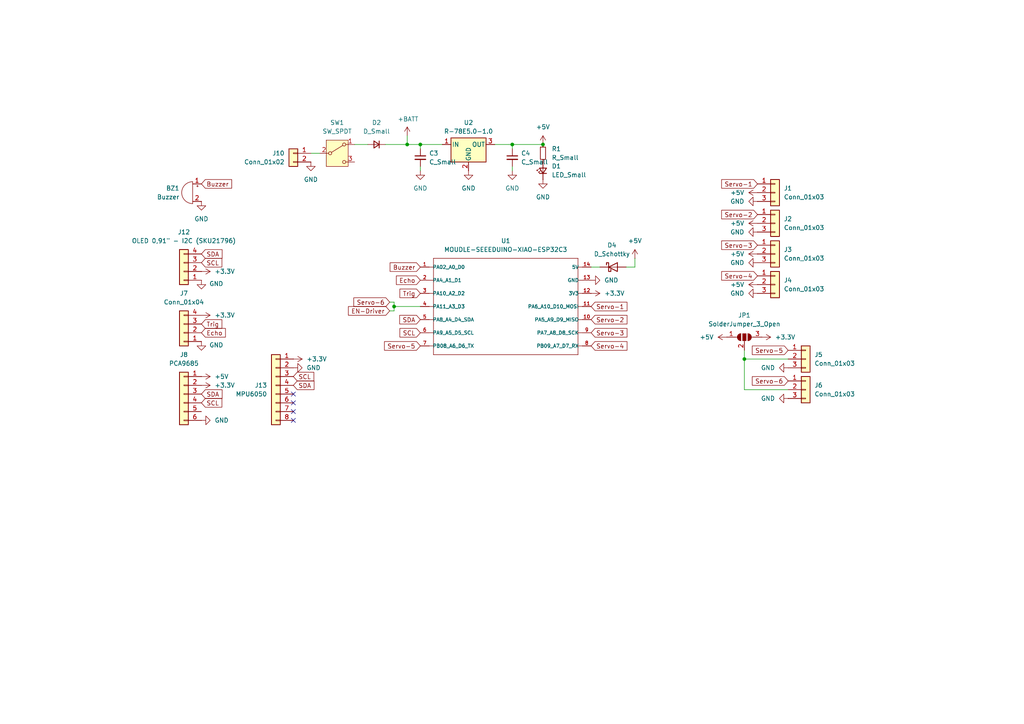
<source format=kicad_sch>
(kicad_sch (version 20231120) (generator "eeschema") (generator_version "8.0")
  (paper "A4")
  (lib_symbols
    (symbol "Connector_Generic:Conn_01x02" (pin_names (offset 1.016) hide)
      (property "Reference" "J" (at 0 2.54 0))
      (property "Value" "Conn_01x02" (at 0 -5.08 0))
      (symbol "Conn_01x02_1_1"
        (rectangle (start -1.27 -2.413) (end 0 -2.667) (stroke (width 0.1524)))
        (rectangle (start -1.27 0.127) (end 0 -0.127) (stroke (width 0.1524)))
        (rectangle (start -1.27 1.27) (end 1.27 -3.81) (stroke (width 0.254)) (fill (type background)))
        (pin passive line (at -5.08 0 0) (length 3.81) (name "Pin_1") (number "1"))
        (pin passive line (at -5.08 -2.54 0) (length 3.81) (name "Pin_2") (number "2"))
      )
    )
    (symbol "Connector_Generic:Conn_01x03" (pin_names (offset 1.016) hide)
      (property "Reference" "J" (at 0 5.08 0))
      (property "Value" "Conn_01x03" (at 0 -5.08 0))
      (symbol "Conn_01x03_1_1"
        (rectangle (start -1.27 -2.413) (end 0 -2.667) (stroke (width 0.1524)))
        (rectangle (start -1.27 0.127) (end 0 -0.127) (stroke (width 0.1524)))
        (rectangle (start -1.27 2.667) (end 0 2.413) (stroke (width 0.1524)))
        (rectangle (start -1.27 3.81) (end 1.27 -3.81) (stroke (width 0.254)) (fill (type background)))
        (pin passive line (at -5.08 2.54 0) (length 3.81) (name "Pin_1") (number "1"))
        (pin passive line (at -5.08 0 0) (length 3.81) (name "Pin_2") (number "2"))
        (pin passive line (at -5.08 -2.54 0) (length 3.81) (name "Pin_3") (number "3"))
      )
    )
    (symbol "Connector_Generic:Conn_01x04" (pin_names (offset 1.016) hide)
      (property "Reference" "J" (at 0 5.08 0))
      (property "Value" "Conn_01x04" (at 0 -7.62 0))
      (symbol "Conn_01x04_1_1"
        (rectangle (start -1.27 -4.953) (end 0 -5.207) (stroke (width 0.1524)))
        (rectangle (start -1.27 -2.413) (end 0 -2.667) (stroke (width 0.1524)))
        (rectangle (start -1.27 0.127) (end 0 -0.127) (stroke (width 0.1524)))
        (rectangle (start -1.27 2.667) (end 0 2.413) (stroke (width 0.1524)))
        (rectangle (start -1.27 3.81) (end 1.27 -6.35) (stroke (width 0.254)) (fill (type background)))
        (pin passive line (at -5.08 2.54 0) (length 3.81) (name "Pin_1") (number "1"))
        (pin passive line (at -5.08 0 0) (length 3.81) (name "Pin_2") (number "2"))
        (pin passive line (at -5.08 -2.54 0) (length 3.81) (name "Pin_3") (number "3"))
        (pin passive line (at -5.08 -5.08 0) (length 3.81) (name "Pin_4") (number "4"))
      )
    )
    (symbol "Connector_Generic:Conn_01x06" (pin_names (offset 1.016) hide)
      (property "Reference" "J" (at 0 7.62 0))
      (property "Value" "Conn_01x06" (at 0 -10.16 0))
      (symbol "Conn_01x06_1_1"
        (rectangle (start -1.27 -7.493) (end 0 -7.747) (stroke (width 0.1524)))
        (rectangle (start -1.27 -4.953) (end 0 -5.207) (stroke (width 0.1524)))
        (rectangle (start -1.27 -2.413) (end 0 -2.667) (stroke (width 0.1524)))
        (rectangle (start -1.27 0.127) (end 0 -0.127) (stroke (width 0.1524)))
        (rectangle (start -1.27 2.667) (end 0 2.413) (stroke (width 0.1524)))
        (rectangle (start -1.27 5.207) (end 0 4.953) (stroke (width 0.1524)))
        (rectangle (start -1.27 6.35) (end 1.27 -8.89) (stroke (width 0.254)) (fill (type background)))
        (pin passive line (at -5.08 5.08 0) (length 3.81) (name "Pin_1") (number "1"))
        (pin passive line (at -5.08 2.54 0) (length 3.81) (name "Pin_2") (number "2"))
        (pin passive line (at -5.08 0 0) (length 3.81) (name "Pin_3") (number "3"))
        (pin passive line (at -5.08 -2.54 0) (length 3.81) (name "Pin_4") (number "4"))
        (pin passive line (at -5.08 -5.08 0) (length 3.81) (name "Pin_5") (number "5"))
        (pin passive line (at -5.08 -7.62 0) (length 3.81) (name "Pin_6") (number "6"))
      )
    )
    (symbol "Connector_Generic:Conn_01x08" (pin_names (offset 1.016) hide)
      (property "Reference" "J" (at 0 10.16 0))
      (property "Value" "Conn_01x08" (at 0 -12.7 0))
      (symbol "Conn_01x08_1_1"
        (rectangle (start -1.27 -10.033) (end 0 -10.287) (stroke (width 0.1524)))
        (rectangle (start -1.27 -7.493) (end 0 -7.747) (stroke (width 0.1524)))
        (rectangle (start -1.27 -4.953) (end 0 -5.207) (stroke (width 0.1524)))
        (rectangle (start -1.27 -2.413) (end 0 -2.667) (stroke (width 0.1524)))
        (rectangle (start -1.27 0.127) (end 0 -0.127) (stroke (width 0.1524)))
        (rectangle (start -1.27 2.667) (end 0 2.413) (stroke (width 0.1524)))
        (rectangle (start -1.27 5.207) (end 0 4.953) (stroke (width 0.1524)))
        (rectangle (start -1.27 7.747) (end 0 7.493) (stroke (width 0.1524)))
        (rectangle (start -1.27 8.89) (end 1.27 -11.43) (stroke (width 0.254)) (fill (type background)))
        (pin passive line (at -5.08 7.62 0) (length 3.81) (name "Pin_1") (number "1"))
        (pin passive line (at -5.08 5.08 0) (length 3.81) (name "Pin_2") (number "2"))
        (pin passive line (at -5.08 2.54 0) (length 3.81) (name "Pin_3") (number "3"))
        (pin passive line (at -5.08 0 0) (length 3.81) (name "Pin_4") (number "4"))
        (pin passive line (at -5.08 -2.54 0) (length 3.81) (name "Pin_5") (number "5"))
        (pin passive line (at -5.08 -5.08 0) (length 3.81) (name "Pin_6") (number "6"))
        (pin passive line (at -5.08 -7.62 0) (length 3.81) (name "Pin_7") (number "7"))
        (pin passive line (at -5.08 -10.16 0) (length 3.81) (name "Pin_8") (number "8"))
      )
    )
    (symbol "Device:Buzzer" (pin_names (offset 0.0254) hide)
      (property "Reference" "BZ" (at 3.81 1.27 0))
      (property "Value" "Buzzer" (at 3.81 -1.27 0))
      (symbol "Buzzer_0_1"
        (arc (start 0 -3.175) (mid 3.1612 0) (end 0 3.175))
        (polyline (pts (xy -1.651 1.905) (xy -1.143 1.905)))
        (polyline (pts (xy -1.397 2.159) (xy -1.397 1.651)))
        (polyline (pts (xy 0 3.175) (xy 0 -3.175)))
      )
      (symbol "Buzzer_1_1"
        (pin passive line (at -2.54 2.54 0) (length 2.54) (name "+") (number "1"))
        (pin passive line (at -2.54 -2.54 0) (length 2.54) (name "-") (number "2"))
      )
    )
    (symbol "Device:C_Small" (pin_numbers hide) (pin_names (offset 0.254) hide)
      (property "Reference" "C" (at 0.254 1.778 0))
      (property "Value" "C_Small" (at 0.254 -2.032 0))
      (symbol "C_Small_0_1"
        (polyline (pts (xy -1.524 -0.508) (xy 1.524 -0.508)) (stroke (width 0.3302)))
        (polyline (pts (xy -1.524 0.508) (xy 1.524 0.508)) (stroke (width 0.3048)))
      )
      (symbol "C_Small_1_1"
        (pin passive line (at 0 2.54 270) (length 2.032) (name "~") (number "1"))
        (pin passive line (at 0 -2.54 90) (length 2.032) (name "~") (number "2"))
      )
    )
    (symbol "Device:D_Schottky" (pin_numbers hide) (pin_names (offset 1.016) hide)
      (property "Reference" "D" (at 0 2.54 0))
      (property "Value" "D_Schottky" (at 0 -2.54 0))
      (symbol "D_Schottky_0_1"
        (polyline (pts (xy 1.27 0) (xy -1.27 0)))
        (polyline (pts (xy 1.27 1.27) (xy 1.27 -1.27) (xy -1.27 0) (xy 1.27 1.27)) (stroke (width 0.254)))
        (polyline (pts (xy -1.905 0.635) (xy -1.905 1.27) (xy -1.27 1.27) (xy -1.27 -1.27) (xy -0.635 -1.27) (xy -0.635 -0.635)) (stroke (width 0.254)))
      )
      (symbol "D_Schottky_1_1"
        (pin passive line (at -3.81 0 0) (length 2.54) (name "K") (number "1"))
        (pin passive line (at 3.81 0 180) (length 2.54) (name "A") (number "2"))
      )
    )
    (symbol "Device:D_Small" (pin_numbers hide) (pin_names (offset 0.254) hide)
      (property "Reference" "D" (at -1.27 2.032 0))
      (property "Value" "D_Small" (at -3.81 -2.032 0))
      (symbol "D_Small_0_1"
        (polyline (pts (xy -0.762 -1.016) (xy -0.762 1.016)) (stroke (width 0.254)))
        (polyline (pts (xy -0.762 0) (xy 0.762 0)))
        (polyline (pts (xy 0.762 -1.016) (xy -0.762 0) (xy 0.762 1.016) (xy 0.762 -1.016)) (stroke (width 0.254)))
      )
      (symbol "D_Small_1_1"
        (pin passive line (at -2.54 0 0) (length 1.778) (name "K") (number "1"))
        (pin passive line (at 2.54 0 180) (length 1.778) (name "A") (number "2"))
      )
    )
    (symbol "Device:LED_Small" (pin_numbers hide) (pin_names (offset 0.254) hide)
      (property "Reference" "D" (at -1.27 3.175 0))
      (property "Value" "LED_Small" (at -4.445 -2.54 0))
      (symbol "LED_Small_0_1"
        (polyline (pts (xy -0.762 -1.016) (xy -0.762 1.016)) (stroke (width 0.254)))
        (polyline (pts (xy 1.016 0) (xy -0.762 0)))
        (polyline (pts (xy 0.762 -1.016) (xy -0.762 0) (xy 0.762 1.016) (xy 0.762 -1.016)) (stroke (width 0.254)))
        (polyline (pts (xy 0 0.762) (xy -0.508 1.27) (xy -0.254 1.27) (xy -0.508 1.27) (xy -0.508 1.016)))
        (polyline (pts (xy 0.508 1.27) (xy 0 1.778) (xy 0.254 1.778) (xy 0 1.778) (xy 0 1.524)))
      )
      (symbol "LED_Small_1_1"
        (pin passive line (at -2.54 0 0) (length 1.778) (name "K") (number "1"))
        (pin passive line (at 2.54 0 180) (length 1.778) (name "A") (number "2"))
      )
    )
    (symbol "Device:R_Small" (pin_numbers hide) (pin_names (offset 0.254) hide)
      (property "Reference" "R" (at 0.762 0.508 0))
      (property "Value" "R_Small" (at 0.762 -1.016 0))
      (symbol "R_Small_0_1"
        (rectangle (start -0.762 1.778) (end 0.762 -1.778) (stroke (width 0.2032)))
      )
      (symbol "R_Small_1_1"
        (pin passive line (at 0 2.54 270) (length 0.762) (name "~") (number "1"))
        (pin passive line (at 0 -2.54 90) (length 0.762) (name "~") (number "2"))
      )
    )
    (symbol "Jumper:SolderJumper_3_Open" (pin_names (offset 0) hide) (exclude_from_sim yes) (in_bom no)
      (property "Reference" "JP" (at -2.54 -2.54 0))
      (property "Value" "SolderJumper_3_Open" (at 0 2.794 0))
      (symbol "SolderJumper_3_Open_0_1"
        (arc (start -1.016 1.016) (mid -2.0276 0) (end -1.016 -1.016))
        (arc (start -1.016 1.016) (mid -2.0276 0) (end -1.016 -1.016) (fill (type outline)))
        (rectangle (start -0.508 1.016) (end 0.508 -1.016) (fill (type outline)))
        (polyline (pts (xy -2.54 0) (xy -2.032 0)))
        (polyline (pts (xy -1.016 1.016) (xy -1.016 -1.016)))
        (polyline (pts (xy 0 -1.27) (xy 0 -1.016)))
        (polyline (pts (xy 1.016 1.016) (xy 1.016 -1.016)))
        (polyline (pts (xy 2.54 0) (xy 2.032 0)))
        (arc (start 1.016 -1.016) (mid 2.0276 0) (end 1.016 1.016))
        (arc (start 1.016 -1.016) (mid 2.0276 0) (end 1.016 1.016) (fill (type outline)))
      )
      (symbol "SolderJumper_3_Open_1_1"
        (pin passive line (at -5.08 0 0) (length 2.54) (name "A") (number "1"))
        (pin passive line (at 0 -3.81 90) (length 2.54) (name "C") (number "2"))
        (pin passive line (at 5.08 0 180) (length 2.54) (name "B") (number "3"))
      )
    )
    (symbol "MOUDLE-SEEEDUINO-XIAO-ESP32C3:MOUDLE-SEEEDUINO-XIAO-ESP32C3" (pin_names (offset 1.016))
      (property "Reference" "U" (at -21.59 15.24 0))
      (property "Value" "MOUDLE-SEEEDUINO-XIAO-ESP32C3" (at -21.59 13.97 0))
      (symbol "MOUDLE-SEEEDUINO-XIAO-ESP32C3_0_0"
        (polyline (pts (xy -21.59 -13.97) (xy -21.59 0)) (stroke (width 0.1524)))
        (polyline (pts (xy -21.59 -11.43) (xy -22.86 -11.43)) (stroke (width 0.1524)))
        (polyline (pts (xy -21.59 -7.62) (xy -22.86 -7.62)) (stroke (width 0.1524)))
        (polyline (pts (xy -21.59 -3.81) (xy -22.86 -3.81)) (stroke (width 0.1524)))
        (polyline (pts (xy -21.59 0) (xy -22.86 0)) (stroke (width 0.1524)))
        (polyline (pts (xy -21.59 0) (xy -21.59 3.81)) (stroke (width 0.1524)))
        (polyline (pts (xy -21.59 3.81) (xy -22.86 3.81)) (stroke (width 0.1524)))
        (polyline (pts (xy -21.59 3.81) (xy -21.59 7.62)) (stroke (width 0.1524)))
        (polyline (pts (xy -21.59 7.62) (xy -22.86 7.62)) (stroke (width 0.1524)))
        (polyline (pts (xy -21.59 7.62) (xy -21.59 11.43)) (stroke (width 0.1524)))
        (polyline (pts (xy -21.59 11.43) (xy -22.86 11.43)) (stroke (width 0.1524)))
        (polyline (pts (xy -21.59 11.43) (xy -21.59 13.97)) (stroke (width 0.1524)))
        (polyline (pts (xy -21.59 13.97) (xy 20.32 13.97)) (stroke (width 0.1524)))
        (polyline (pts (xy 20.32 -13.97) (xy -21.59 -13.97)) (stroke (width 0.1524)))
        (polyline (pts (xy 20.32 3.81) (xy 20.32 -13.97)) (stroke (width 0.1524)))
        (polyline (pts (xy 20.32 7.62) (xy 20.32 3.81)) (stroke (width 0.1524)))
        (polyline (pts (xy 20.32 11.43) (xy 20.32 7.62)) (stroke (width 0.1524)))
        (polyline (pts (xy 20.32 13.97) (xy 20.32 11.43)) (stroke (width 0.1524)))
        (polyline (pts (xy 21.59 -11.43) (xy 20.32 -11.43)) (stroke (width 0.1524)))
        (polyline (pts (xy 21.59 -7.62) (xy 20.32 -7.62)) (stroke (width 0.1524)))
        (polyline (pts (xy 21.59 -3.81) (xy 20.32 -3.81)) (stroke (width 0.1524)))
        (polyline (pts (xy 21.59 0) (xy 20.32 0)) (stroke (width 0.1524)))
        (polyline (pts (xy 21.59 3.81) (xy 20.32 3.81)) (stroke (width 0.1524)))
        (polyline (pts (xy 21.59 7.62) (xy 20.32 7.62)) (stroke (width 0.1524)))
        (polyline (pts (xy 21.59 11.43) (xy 20.32 11.43)) (stroke (width 0.1524)))
        (pin bidirectional line (at -25.4 11.43 0) (length 2.54) (name "PA02_A0_D0") (number "1"))
        (pin bidirectional line (at 24.13 -3.81 180) (length 2.54) (name "PA5_A9_D9_MISO") (number "10"))
        (pin bidirectional line (at 24.13 0 180) (length 2.54) (name "PA6_A10_D10_MOSI") (number "11"))
        (pin bidirectional line (at 24.13 3.81 180) (length 2.54) (name "3V3") (number "12"))
        (pin bidirectional line (at 24.13 7.62 180) (length 2.54) (name "GND") (number "13"))
        (pin bidirectional line (at 24.13 11.43 180) (length 2.54) (name "5V") (number "14"))
        (pin bidirectional line (at -25.4 7.62 0) (length 2.54) (name "PA4_A1_D1") (number "2"))
        (pin bidirectional line (at -25.4 3.81 0) (length 2.54) (name "PA10_A2_D2") (number "3"))
        (pin bidirectional line (at -25.4 0 0) (length 2.54) (name "PA11_A3_D3") (number "4"))
        (pin bidirectional line (at -25.4 -3.81 0) (length 2.54) (name "PA8_A4_D4_SDA") (number "5"))
        (pin bidirectional line (at -25.4 -7.62 0) (length 2.54) (name "PA9_A5_D5_SCL") (number "6"))
        (pin bidirectional line (at -25.4 -11.43 0) (length 2.54) (name "PB08_A6_D6_TX") (number "7"))
        (pin bidirectional line (at 24.13 -11.43 180) (length 2.54) (name "PB09_A7_D7_RX") (number "8"))
        (pin bidirectional line (at 24.13 -7.62 180) (length 2.54) (name "PA7_A8_D8_SCK") (number "9"))
      )
    )
    (symbol "Regulator_Switching:R-78E5.0-1.0" (pin_names (offset 0.254))
      (property "Reference" "U" (at -3.81 3.175 0))
      (property "Value" "R-78E5.0-1.0" (at 0 3.175 0))
      (symbol "R-78E5.0-1.0_0_1"
        (rectangle (start -5.08 1.905) (end 5.08 -5.08) (stroke (width 0.254)) (fill (type background)))
      )
      (symbol "R-78E5.0-1.0_1_1"
        (pin power_in line (at -7.62 0 0) (length 2.54) (name "IN") (number "1"))
        (pin power_in line (at 0 -7.62 90) (length 2.54) (name "GND") (number "2"))
        (pin power_out line (at 7.62 0 180) (length 2.54) (name "OUT") (number "3"))
      )
    )
    (symbol "Switch:SW_SPDT" (pin_names (offset 0) hide)
      (property "Reference" "SW" (at 0 5.08 0))
      (property "Value" "SW_SPDT" (at 0 -5.08 0))
      (symbol "SW_SPDT_0_1"
        (circle (center -2.032 0) (radius 0.4572))
        (polyline (pts (xy -1.651 0.254) (xy 1.651 2.286)))
        (circle (center 2.032 -2.54) (radius 0.4572))
        (circle (center 2.032 2.54) (radius 0.4572))
      )
      (symbol "SW_SPDT_1_1"
        (rectangle (start -3.175 3.81) (end 3.175 -3.81) (fill (type background)))
        (pin passive line (at 5.08 2.54 180) (length 2.54) (name "A") (number "1"))
        (pin passive line (at -5.08 0 0) (length 2.54) (name "B") (number "2"))
        (pin passive line (at 5.08 -2.54 180) (length 2.54) (name "C") (number "3"))
      )
    )
    (symbol "power:+3.3V" (power) (pin_numbers hide) (pin_names (offset 0) hide)
      (property "Value" "+3.3V" (at 0 3.556 0))
      (symbol "+3.3V_0_1"
        (polyline (pts (xy -0.762 1.27) (xy 0 2.54)))
        (polyline (pts (xy 0 0) (xy 0 2.54)))
        (polyline (pts (xy 0 2.54) (xy 0.762 1.27)))
      )
      (symbol "+3.3V_1_1"
        (pin power_in line (at 0 0 90) (length 0) (name "~") (number "1"))
      )
    )
    (symbol "power:+5V" (power) (pin_numbers hide) (pin_names (offset 0) hide)
      (property "Value" "+5V" (at 0 3.556 0))
      (symbol "+5V_0_1"
        (polyline (pts (xy -0.762 1.27) (xy 0 2.54)))
        (polyline (pts (xy 0 0) (xy 0 2.54)))
        (polyline (pts (xy 0 2.54) (xy 0.762 1.27)))
      )
      (symbol "+5V_1_1"
        (pin power_in line (at 0 0 90) (length 0) (name "~") (number "1"))
      )
    )
    (symbol "power:+BATT" (power) (pin_numbers hide) (pin_names (offset 0) hide)
      (property "Value" "+BATT" (at 0 3.556 0))
      (symbol "+BATT_0_1"
        (polyline (pts (xy -0.762 1.27) (xy 0 2.54)))
        (polyline (pts (xy 0 0) (xy 0 2.54)))
        (polyline (pts (xy 0 2.54) (xy 0.762 1.27)))
      )
      (symbol "+BATT_1_1"
        (pin power_in line (at 0 0 90) (length 0) (name "~") (number "1"))
      )
    )
    (symbol "power:GND" (power) (pin_numbers hide) (pin_names (offset 0) hide)
      (property "Value" "GND" (at 0 -3.81 0))
      (symbol "GND_0_1"
        (polyline (pts (xy 0 0) (xy 0 -1.27) (xy 1.27 -1.27) (xy 0 -2.54) (xy -1.27 -1.27) (xy 0 -1.27)))
      )
      (symbol "GND_1_1"
        (pin power_in line (at 0 0 270) (length 0) (name "~") (number "1"))
      )
    )
  )
  (junction (at 114.3 88.9))
  (junction (at 121.92 41.91))
  (junction (at 215.9 104.14))
  (junction (at 148.59 41.91))
  (junction (at 157.48 41.91))
  (junction (at 118.11 41.91))
  (no_connect (at 85.09 116.84))
  (no_connect (at 85.09 119.38))
  (no_connect (at 85.09 114.3))
  (no_connect (at 85.09 121.92))
  (wire (pts (xy 121.92 48.26) (xy 121.92 49.53)))
  (wire (pts (xy 90.17 44.45) (xy 92.71 44.45)))
  (wire (pts (xy 184.15 77.47) (xy 184.15 74.93)))
  (wire (pts (xy 228.6 104.14) (xy 215.9 104.14)))
  (wire (pts (xy 228.6 113.03) (xy 215.9 113.03)))
  (wire (pts (xy 114.3 88.9) (xy 121.92 88.9)))
  (wire (pts (xy 171.45 77.47) (xy 173.99 77.47)))
  (wire (pts (xy 121.92 41.91) (xy 121.92 43.18)))
  (wire (pts (xy 111.76 41.91) (xy 118.11 41.91)))
  (wire (pts (xy 118.11 41.91) (xy 121.92 41.91)))
  (wire (pts (xy 121.92 41.91) (xy 128.27 41.91)))
  (wire (pts (xy 114.3 87.63) (xy 114.3 88.9)))
  (wire (pts (xy 102.87 41.91) (xy 106.68 41.91)))
  (wire (pts (xy 143.51 41.91) (xy 148.59 41.91)))
  (wire (pts (xy 181.61 77.47) (xy 184.15 77.47)))
  (wire (pts (xy 113.03 90.17) (xy 114.3 90.17)))
  (wire (pts (xy 215.9 104.14) (xy 215.9 101.6)))
  (wire (pts (xy 113.03 87.63) (xy 114.3 87.63)))
  (wire (pts (xy 148.59 41.91) (xy 157.48 41.91)))
  (wire (pts (xy 114.3 88.9) (xy 114.3 90.17)))
  (wire (pts (xy 215.9 113.03) (xy 215.9 104.14)))
  (wire (pts (xy 148.59 41.91) (xy 148.59 43.18)))
  (wire (pts (xy 148.59 48.26) (xy 148.59 49.53)))
  (wire (pts (xy 118.11 39.37) (xy 118.11 41.91)))
  (global_label "SCL" (shape input) (at 58.42 116.84 0) (property "Intersheetrefs" "${INTERSHEET_REFS}" (effects (hide yes))))
  (global_label "Servo-5" (shape input) (at 121.92 100.33 180) (property "Intersheetrefs" "${INTERSHEET_REFS}" (effects (hide yes))))
  (global_label "Servo-6" (shape input) (at 113.03 87.63 180) (property "Intersheetrefs" "${INTERSHEET_REFS}" (effects (hide yes))))
  (global_label "SCL" (shape input) (at 58.42 76.2 0) (property "Intersheetrefs" "${INTERSHEET_REFS}" (effects (hide yes))))
  (global_label "EN-Driver" (shape input) (at 113.03 90.17 180) (property "Intersheetrefs" "${INTERSHEET_REFS}" (effects (hide yes))))
  (global_label "Trig" (shape input) (at 58.42 93.98 0) (property "Intersheetrefs" "${INTERSHEET_REFS}" (effects (hide yes))))
  (global_label "SDA" (shape input) (at 58.42 114.3 0) (property "Intersheetrefs" "${INTERSHEET_REFS}" (effects (hide yes))))
  (global_label "SDA" (shape input) (at 85.09 111.76 0) (property "Intersheetrefs" "${INTERSHEET_REFS}" (effects (hide yes))))
  (global_label "Servo-4" (shape input) (at 219.71 80.01 180) (property "Intersheetrefs" "${INTERSHEET_REFS}" (effects (hide yes))))
  (global_label "Servo-2" (shape input) (at 219.71 62.23 180) (property "Intersheetrefs" "${INTERSHEET_REFS}" (effects (hide yes))))
  (global_label "Buzzer" (shape input) (at 121.92 77.47 180) (property "Intersheetrefs" "${INTERSHEET_REFS}" (effects (hide yes))))
  (global_label "Servo-1" (shape input) (at 171.45 88.9 0) (property "Intersheetrefs" "${INTERSHEET_REFS}" (effects (hide yes))))
  (global_label "Servo-1" (shape input) (at 219.71 53.34 180) (property "Intersheetrefs" "${INTERSHEET_REFS}" (effects (hide yes))))
  (global_label "SDA" (shape input) (at 121.92 92.71 180) (property "Intersheetrefs" "${INTERSHEET_REFS}" (effects (hide yes))))
  (global_label "Servo-3" (shape input) (at 219.71 71.12 180) (property "Intersheetrefs" "${INTERSHEET_REFS}" (effects (hide yes))))
  (global_label "Servo-2" (shape input) (at 171.45 92.71 0) (property "Intersheetrefs" "${INTERSHEET_REFS}" (effects (hide yes))))
  (global_label "SCL" (shape input) (at 85.09 109.22 0) (property "Intersheetrefs" "${INTERSHEET_REFS}" (effects (hide yes))))
  (global_label "Servo-6" (shape input) (at 228.6 110.49 180) (property "Intersheetrefs" "${INTERSHEET_REFS}" (effects (hide yes))))
  (global_label "Echo" (shape input) (at 121.92 81.28 180) (property "Intersheetrefs" "${INTERSHEET_REFS}" (effects (hide yes))))
  (global_label "Echo" (shape input) (at 58.42 96.52 0) (property "Intersheetrefs" "${INTERSHEET_REFS}" (effects (hide yes))))
  (global_label "Trig" (shape input) (at 121.92 85.09 180) (property "Intersheetrefs" "${INTERSHEET_REFS}" (effects (hide yes))))
  (global_label "SDA" (shape input) (at 58.42 73.66 0) (property "Intersheetrefs" "${INTERSHEET_REFS}" (effects (hide yes))))
  (global_label "Buzzer" (shape input) (at 58.42 53.34 0) (property "Intersheetrefs" "${INTERSHEET_REFS}" (effects (hide yes))))
  (global_label "SCL" (shape input) (at 121.92 96.52 180) (property "Intersheetrefs" "${INTERSHEET_REFS}" (effects (hide yes))))
  (global_label "Servo-4" (shape input) (at 171.45 100.33 0) (property "Intersheetrefs" "${INTERSHEET_REFS}" (effects (hide yes))))
  (global_label "Servo-3" (shape input) (at 171.45 96.52 0) (property "Intersheetrefs" "${INTERSHEET_REFS}" (effects (hide yes))))
  (global_label "Servo-5" (shape input) (at 228.6 101.6 180) (property "Intersheetrefs" "${INTERSHEET_REFS}" (effects (hide yes))))
  (symbol (lib_id "power:GND") (at 58.42 81.28 0) (unit 1)
    (property "Reference" "#PWR032" (effects (hide yes)))
    (property "Value" "GND" (at 62.738 82.296 0))
    (property "Description" "Power symbol creates a global label with name \"GND\" , ground" (effects (hide yes)))
  )
  (symbol (lib_id "power:GND") (at 171.45 81.28 90) (unit 1)
    (property "Reference" "#PWR05" (effects (hide yes)))
    (property "Value" "GND" (at 175.26 81.2799 90) (effects (justify right)))
    (property "Description" "Power symbol creates a global label with name \"GND\" , ground" (effects (hide yes)))
  )
  (symbol (lib_id "Connector_Generic:Conn_01x06") (at 53.34 114.3 0) (mirror y) (unit 1)
    (property "Reference" "J8" (at 53.34 102.87 0))
    (property "Value" "PCA9685" (at 53.34 105.41 0))
    (property "Footprint" "Connector_PinSocket_2.54mm:PinSocket_1x06_P2.54mm_Vertical" (effects (hide yes)))
    (property "Description" "Generic connector, single row, 01x06, script generated (kicad-library-utils/schlib/autogen/connector/)" (effects (hide yes)))
  )
  (symbol (lib_id "Device:D_Small") (at 109.22 41.91 180) (unit 1)
    (property "Reference" "D2" (at 109.22 35.56 0))
    (property "Value" "D_Small" (at 109.22 38.1 0))
    (property "Footprint" "Diode_THT:D_A-405_P7.62mm_Horizontal" (effects (hide yes)))
    (property "Description" "Diode, small symbol" (effects (hide yes)))
    (property "Sim.Device" "D" (effects (hide yes)))
    (property "Sim.Pins" "1=K 2=A" (effects (hide yes)))
  )
  (symbol (lib_id "Connector_Generic:Conn_01x03") (at 224.79 82.55 0) (unit 1)
    (property "Reference" "J4" (at 227.33 81.2799 0) (effects (justify left)))
    (property "Value" "Conn_01x03" (at 227.33 83.8199 0) (effects (justify left)))
    (property "Footprint" "Connector_PinHeader_2.54mm:PinHeader_1x03_P2.54mm_Vertical" (effects (hide yes)))
    (property "Description" "Generic connector, single row, 01x03, script generated (kicad-library-utils/schlib/autogen/connector/)" (effects (hide yes)))
  )
  (symbol (lib_id "power:+3.3V") (at 58.42 78.74 270) (unit 1)
    (property "Reference" "#PWR031" (effects (hide yes)))
    (property "Value" "+3.3V" (at 62.23 78.7399 90) (effects (justify left)))
    (property "Description" "Power symbol creates a global label with name \"+3.3V\"" (effects (hide yes)))
  )
  (symbol (lib_id "Connector_Generic:Conn_01x03") (at 233.68 113.03 0) (unit 1)
    (property "Reference" "J6" (at 236.22 111.7599 0) (effects (justify left)))
    (property "Value" "Conn_01x03" (at 236.22 114.2999 0) (effects (justify left)))
    (property "Footprint" "Connector_PinHeader_2.54mm:PinHeader_1x03_P2.54mm_Vertical" (effects (hide yes)))
    (property "Description" "Generic connector, single row, 01x03, script generated (kicad-library-utils/schlib/autogen/connector/)" (effects (hide yes)))
  )
  (symbol (lib_id "power:GND") (at 219.71 58.42 270) (unit 1)
    (property "Reference" "#PWR08" (effects (hide yes)))
    (property "Value" "GND" (at 215.9 58.4199 90) (effects (justify right)))
    (property "Description" "Power symbol creates a global label with name \"GND\" , ground" (effects (hide yes)))
  )
  (symbol (lib_id "Connector_Generic:Conn_01x08") (at 80.01 111.76 0) (mirror y) (unit 1)
    (property "Reference" "J13" (at 77.47 111.7599 0) (effects (justify left)))
    (property "Value" "MPU6050" (at 77.47 114.2999 0) (effects (justify left)))
    (property "Footprint" "Connector_PinSocket_2.54mm:PinSocket_1x08_P2.54mm_Vertical" (effects (hide yes)))
    (property "Description" "Generic connector, single row, 01x08, script generated (kicad-library-utils/schlib/autogen/connector/)" (effects (hide yes)))
  )
  (symbol (lib_id "power:GND") (at 219.71 67.31 270) (unit 1)
    (property "Reference" "#PWR010" (effects (hide yes)))
    (property "Value" "GND" (at 215.9 67.3099 90) (effects (justify right)))
    (property "Description" "Power symbol creates a global label with name \"GND\" , ground" (effects (hide yes)))
  )
  (symbol (lib_id "power:GND") (at 135.89 49.53 0) (unit 1)
    (property "Reference" "#PWR03" (effects (hide yes)))
    (property "Value" "GND" (at 135.89 54.61 0))
    (property "Description" "Power symbol creates a global label with name \"GND\" , ground" (effects (hide yes)))
  )
  (symbol (lib_id "Jumper:SolderJumper_3_Open") (at 215.9 97.79 0) (unit 1) (exclude_from_sim yes) (in_bom no)
    (property "Reference" "JP1" (at 215.9 91.44 0))
    (property "Value" "SolderJumper_3_Open" (at 215.9 93.98 0))
    (property "Footprint" "Jumper:SolderJumper-3_P2.0mm_Open_TrianglePad1.0x1.5mm_NumberLabels" (effects (hide yes)))
    (property "Description" "Solder Jumper, 3-pole, open" (effects (hide yes)))
  )
  (symbol (lib_id "power:+3.3V") (at 58.42 111.76 270) (mirror x) (unit 1)
    (property "Reference" "#PWR027" (effects (hide yes)))
    (property "Value" "+3.3V" (at 62.23 111.7601 90) (effects (justify left)))
    (property "Description" "Power symbol creates a global label with name \"+3.3V\"" (effects (hide yes)))
  )
  (symbol (lib_id "Regulator_Switching:R-78E5.0-1.0") (at 135.89 41.91 0) (unit 1)
    (property "Reference" "U2" (at 135.89 35.56 0))
    (property "Value" "R-78E5.0-1.0" (at 135.89 38.1 0))
    (property "Footprint" "Converter_DCDC:Converter_DCDC_RECOM_R-78E-0.5_THT" (effects (hide yes)))
    (property "Datasheet" "https://www.recom-power.com/pdf/Innoline/R-78Exx-1.0.pdf" (effects (hide yes)))
    (property "Description" "1A Step-Down DC/DC-Regulator, 7-28V input, 5V fixed Output Voltage, LM78xx replacement, -40°C to +85°C, SIP3" (effects (hide yes)))
  )
  (symbol (lib_id "Device:R_Small") (at 157.48 44.45 0) (unit 1)
    (property "Reference" "R1" (at 160.02 43.1799 0) (effects (justify left)))
    (property "Value" "R_Small" (at 160.02 45.7199 0) (effects (justify left)))
    (property "Footprint" "Resistor_THT:R_Axial_DIN0207_L6.3mm_D2.5mm_P10.16mm_Horizontal" (effects (hide yes)))
    (property "Description" "Resistor, small symbol" (effects (hide yes)))
  )
  (symbol (lib_id "Device:Buzzer") (at 55.88 55.88 0) (mirror y) (unit 1)
    (property "Reference" "BZ1" (at 52.07 54.6099 0) (effects (justify left)))
    (property "Value" "Buzzer" (at 52.07 57.1499 0) (effects (justify left)))
    (property "Footprint" "Buzzer_Beeper:Buzzer_12x9.5RM7.6" (effects (hide yes)))
    (property "Description" "Buzzer, polarized" (effects (hide yes)))
  )
  (symbol (lib_id "power:GND") (at 85.09 106.68 90) (unit 1)
    (property "Reference" "#PWR038" (effects (hide yes)))
    (property "Value" "GND" (at 88.9 106.6799 90) (effects (justify right)))
    (property "Description" "Power symbol creates a global label with name \"GND\" , ground" (effects (hide yes)))
  )
  (symbol (lib_id "power:+5V") (at 184.15 74.93 0) (unit 1)
    (property "Reference" "#PWR04" (effects (hide yes)))
    (property "Value" "+5V" (at 184.15 69.85 0))
    (property "Description" "Power symbol creates a global label with name \"+5V\"" (effects (hide yes)))
  )
  (symbol (lib_id "power:+5V") (at 219.71 55.88 90) (unit 1)
    (property "Reference" "#PWR07" (effects (hide yes)))
    (property "Value" "+5V" (at 215.9 55.8799 90) (effects (justify left)))
    (property "Description" "Power symbol creates a global label with name \"+5V\"" (effects (hide yes)))
  )
  (symbol (lib_id "power:+BATT") (at 118.11 39.37 0) (unit 1)
    (property "Reference" "#PWR02" (effects (hide yes)))
    (property "Value" "+BATT" (at 118.364 34.544 0))
    (property "Description" "Power symbol creates a global label with name \"+BATT\"" (effects (hide yes)))
  )
  (symbol (lib_id "Connector_Generic:Conn_01x03") (at 224.79 55.88 0) (unit 1)
    (property "Reference" "J1" (at 227.33 54.6099 0) (effects (justify left)))
    (property "Value" "Conn_01x03" (at 227.33 57.1499 0) (effects (justify left)))
    (property "Footprint" "Connector_PinHeader_2.54mm:PinHeader_1x03_P2.54mm_Vertical" (effects (hide yes)))
    (property "Description" "Generic connector, single row, 01x03, script generated (kicad-library-utils/schlib/autogen/connector/)" (effects (hide yes)))
  )
  (symbol (lib_id "power:+5V") (at 58.42 109.22 270) (mirror x) (unit 1)
    (property "Reference" "#PWR028" (effects (hide yes)))
    (property "Value" "+5V" (at 62.23 109.2201 90) (effects (justify left)))
    (property "Description" "Power symbol creates a global label with name \"+5V\"" (effects (hide yes)))
  )
  (symbol (lib_id "power:+3.3V") (at 85.09 104.14 270) (unit 1)
    (property "Reference" "#PWR037" (effects (hide yes)))
    (property "Value" "+3.3V" (at 88.9 104.1399 90) (effects (justify left)))
    (property "Description" "Power symbol creates a global label with name \"+3.3V\"" (effects (hide yes)))
  )
  (symbol (lib_id "Connector_Generic:Conn_01x03") (at 233.68 104.14 0) (unit 1)
    (property "Reference" "J5" (at 236.22 102.8699 0) (effects (justify left)))
    (property "Value" "Conn_01x03" (at 236.22 105.4099 0) (effects (justify left)))
    (property "Footprint" "Connector_PinHeader_2.54mm:PinHeader_1x03_P2.54mm_Vertical" (effects (hide yes)))
    (property "Description" "Generic connector, single row, 01x03, script generated (kicad-library-utils/schlib/autogen/connector/)" (effects (hide yes)))
  )
  (symbol (lib_id "power:+5V") (at 219.71 64.77 90) (unit 1)
    (property "Reference" "#PWR09" (effects (hide yes)))
    (property "Value" "+5V" (at 215.9 64.7699 90) (effects (justify left)))
    (property "Description" "Power symbol creates a global label with name \"+5V\"" (effects (hide yes)))
  )
  (symbol (lib_id "power:GND") (at 148.59 49.53 0) (unit 1)
    (property "Reference" "#PWR042" (effects (hide yes)))
    (property "Value" "GND" (at 148.59 54.61 0))
    (property "Description" "Power symbol creates a global label with name \"GND\" , ground" (effects (hide yes)))
  )
  (symbol (lib_id "power:+3.3V") (at 58.42 91.44 270) (unit 1)
    (property "Reference" "#PWR023" (effects (hide yes)))
    (property "Value" "+3.3V" (at 62.23 91.4399 90) (effects (justify left)))
    (property "Description" "Power symbol creates a global label with name \"+3.3V\"" (effects (hide yes)))
  )
  (symbol (lib_id "power:GND") (at 219.71 85.09 270) (unit 1)
    (property "Reference" "#PWR014" (effects (hide yes)))
    (property "Value" "GND" (at 215.9 85.0899 90) (effects (justify right)))
    (property "Description" "Power symbol creates a global label with name \"GND\" , ground" (effects (hide yes)))
  )
  (symbol (lib_id "Connector_Generic:Conn_01x04") (at 53.34 78.74 180) (unit 1)
    (property "Reference" "J12" (at 53.34 67.31 0))
    (property "Value" "OLED 0,91\" - I2C (SKU21796)" (at 53.34 69.85 0))
    (property "Footprint" "Connector_PinSocket_2.54mm:PinSocket_1x04_P2.54mm_Vertical" (effects (hide yes)))
    (property "Datasheet" "https://www.gotronic.fr/art-afficheur-oled-0-91-sku21796-35038.htm" (effects (hide yes)))
    (property "Description" "Generic connector, single row, 01x04, script generated (kicad-library-utils/schlib/autogen/connector/)" (effects (hide yes)))
  )
  (symbol (lib_id "power:+5V") (at 219.71 73.66 90) (unit 1)
    (property "Reference" "#PWR011" (effects (hide yes)))
    (property "Value" "+5V" (at 215.9 73.6599 90) (effects (justify left)))
    (property "Description" "Power symbol creates a global label with name \"+5V\"" (effects (hide yes)))
  )
  (symbol (lib_id "Connector_Generic:Conn_01x02") (at 85.09 44.45 0) (mirror y) (unit 1)
    (property "Reference" "J10" (at 82.55 44.4499 0) (effects (justify left)))
    (property "Value" "Conn_01x02" (at 82.55 46.9899 0) (effects (justify left)))
    (property "Footprint" "Connector_Molex:Molex_KK-254_AE-6410-02A_1x02_P2.54mm_Vertical" (effects (hide yes)))
    (property "Description" "Generic connector, single row, 01x02, script generated (kicad-library-utils/schlib/autogen/connector/)" (effects (hide yes)))
  )
  (symbol (lib_id "Device:LED_Small") (at 157.48 49.53 90) (unit 1)
    (property "Reference" "D1" (at 160.02 48.1964 90) (effects (justify right)))
    (property "Value" "LED_Small" (at 160.02 50.7364 90) (effects (justify right)))
    (property "Footprint" "LED_THT:LED_D5.0mm" (effects (hide yes)))
    (property "Description" "Light emitting diode, small symbol" (effects (hide yes)))
  )
  (symbol (lib_id "Device:C_Small") (at 121.92 45.72 0) (unit 1)
    (property "Reference" "C3" (at 124.46 44.4562 0) (effects (justify left)))
    (property "Value" "C_Small" (at 124.46 46.9962 0) (effects (justify left)))
    (property "Footprint" "Capacitor_THT:C_Disc_D6.0mm_W2.5mm_P5.00mm" (effects (hide yes)))
    (property "Description" "Unpolarized capacitor, small symbol" (effects (hide yes)))
  )
  (symbol (lib_id "Device:C_Small") (at 148.59 45.72 0) (unit 1)
    (property "Reference" "C4" (at 151.13 44.4562 0) (effects (justify left)))
    (property "Value" "C_Small" (at 151.13 46.9962 0) (effects (justify left)))
    (property "Footprint" "Capacitor_THT:C_Disc_D6.0mm_W2.5mm_P5.00mm" (effects (hide yes)))
    (property "Description" "Unpolarized capacitor, small symbol" (effects (hide yes)))
  )
  (symbol (lib_id "power:+5V") (at 210.82 97.79 90) (unit 1)
    (property "Reference" "#PWR018" (effects (hide yes)))
    (property "Value" "+5V" (at 207.01 97.7899 90) (effects (justify left)))
    (property "Description" "Power symbol creates a global label with name \"+5V\"" (effects (hide yes)))
  )
  (symbol (lib_id "power:+3.3V") (at 171.45 85.09 270) (unit 1)
    (property "Reference" "#PWR025" (effects (hide yes)))
    (property "Value" "+3.3V" (at 175.26 85.0899 90) (effects (justify left)))
    (property "Description" "Power symbol creates a global label with name \"+3.3V\"" (effects (hide yes)))
  )
  (symbol (lib_id "power:+3.3V") (at 220.98 97.79 270) (unit 1)
    (property "Reference" "#PWR020" (effects (hide yes)))
    (property "Value" "+3.3V" (at 224.79 97.7899 90) (effects (justify left)))
    (property "Description" "Power symbol creates a global label with name \"+3.3V\"" (effects (hide yes)))
  )
  (symbol (lib_id "Connector_Generic:Conn_01x03") (at 224.79 73.66 0) (unit 1)
    (property "Reference" "J3" (at 227.33 72.3899 0) (effects (justify left)))
    (property "Value" "Conn_01x03" (at 227.33 74.9299 0) (effects (justify left)))
    (property "Footprint" "Connector_PinHeader_2.54mm:PinHeader_1x03_P2.54mm_Vertical" (effects (hide yes)))
    (property "Description" "Generic connector, single row, 01x03, script generated (kicad-library-utils/schlib/autogen/connector/)" (effects (hide yes)))
  )
  (symbol (lib_id "power:GND") (at 58.42 58.42 0) (unit 1)
    (property "Reference" "#PWR017" (effects (hide yes)))
    (property "Value" "GND" (at 58.42 63.5 0))
    (property "Description" "Power symbol creates a global label with name \"GND\" , ground" (effects (hide yes)))
  )
  (symbol (lib_id "power:GND") (at 157.48 52.07 0) (unit 1)
    (property "Reference" "#PWR06" (effects (hide yes)))
    (property "Value" "GND" (at 157.48 57.15 0))
    (property "Description" "Power symbol creates a global label with name \"GND\" , ground" (effects (hide yes)))
  )
  (symbol (lib_id "Connector_Generic:Conn_01x03") (at 224.79 64.77 0) (unit 1)
    (property "Reference" "J2" (at 227.33 63.4999 0) (effects (justify left)))
    (property "Value" "Conn_01x03" (at 227.33 66.0399 0) (effects (justify left)))
    (property "Footprint" "Connector_PinHeader_2.54mm:PinHeader_1x03_P2.54mm_Vertical" (effects (hide yes)))
    (property "Description" "Generic connector, single row, 01x03, script generated (kicad-library-utils/schlib/autogen/connector/)" (effects (hide yes)))
  )
  (symbol (lib_id "power:GND") (at 58.42 121.92 90) (mirror x) (unit 1)
    (property "Reference" "#PWR026" (effects (hide yes)))
    (property "Value" "GND" (at 62.23 121.9201 90) (effects (justify right)))
    (property "Description" "Power symbol creates a global label with name \"GND\" , ground" (effects (hide yes)))
  )
  (symbol (lib_id "power:GND") (at 219.71 76.2 270) (unit 1)
    (property "Reference" "#PWR012" (effects (hide yes)))
    (property "Value" "GND" (at 215.9 76.1999 90) (effects (justify right)))
    (property "Description" "Power symbol creates a global label with name \"GND\" , ground" (effects (hide yes)))
  )
  (symbol (lib_id "power:GND") (at 228.6 115.57 270) (unit 1)
    (property "Reference" "#PWR021" (effects (hide yes)))
    (property "Value" "GND" (at 224.79 115.5699 90) (effects (justify right)))
    (property "Description" "Power symbol creates a global label with name \"GND\" , ground" (effects (hide yes)))
  )
  (symbol (lib_id "power:+5V") (at 219.71 82.55 90) (unit 1)
    (property "Reference" "#PWR013" (effects (hide yes)))
    (property "Value" "+5V" (at 215.9 82.5499 90) (effects (justify left)))
    (property "Description" "Power symbol creates a global label with name \"+5V\"" (effects (hide yes)))
  )
  (symbol (lib_id "Switch:SW_SPDT") (at 97.79 44.45 0) (unit 1)
    (property "Reference" "SW1" (at 97.79 35.56 0))
    (property "Value" "SW_SPDT" (at 97.79 38.1 0))
    (property "Footprint" "100SP1T1B4M2QE:SW_100SP1T1B4M2QE" (effects (hide yes)))
    (property "Description" "Switch, single pole double throw" (effects (hide yes)))
  )
  (symbol (lib_id "MOUDLE-SEEEDUINO-XIAO-ESP32C3:MOUDLE-SEEEDUINO-XIAO-ESP32C3") (at 147.32 88.9 0) (unit 1)
    (property "Reference" "U1" (at 146.685 69.85 0))
    (property "Value" "MOUDLE-SEEEDUINO-XIAO-ESP32C3" (at 146.685 72.39 0))
    (property "Footprint" "MOUDLE14P-SMD-2.54-21X17.8MM" (effects (hide yes)))
  )
  (symbol (lib_id "Connector_Generic:Conn_01x04") (at 53.34 96.52 180) (unit 1)
    (property "Reference" "J7" (at 53.34 85.09 0))
    (property "Value" "Conn_01x04" (at 53.34 87.63 0))
    (property "Footprint" "Connector_PinSocket_2.54mm:PinSocket_1x04_P2.54mm_Vertical" (effects (hide yes)))
    (property "Description" "Generic connector, single row, 01x04, script generated (kicad-library-utils/schlib/autogen/connector/)" (effects (hide yes)))
  )
  (symbol (lib_id "power:GND") (at 90.17 46.99 0) (unit 1)
    (property "Reference" "#PWR029" (effects (hide yes)))
    (property "Value" "GND" (at 90.17 52.07 0))
    (property "Description" "Power symbol creates a global label with name \"GND\" , ground" (effects (hide yes)))
  )
  (symbol (lib_id "power:+5V") (at 157.48 41.91 0) (unit 1)
    (property "Reference" "#PWR01" (effects (hide yes)))
    (property "Value" "+5V" (at 157.48 36.83 0))
    (property "Description" "Power symbol creates a global label with name \"+5V\"" (effects (hide yes)))
  )
  (symbol (lib_id "Device:D_Schottky") (at 177.8 77.47 0) (unit 1)
    (property "Reference" "D4" (at 177.4825 71.12 0))
    (property "Value" "D_Schottky" (at 177.4825 73.66 0))
    (property "Footprint" "Diode_THT:D_A-405_P7.62mm_Horizontal" (effects (hide yes)))
    (property "Description" "Schottky diode" (effects (hide yes)))
  )
  (symbol (lib_id "power:GND") (at 58.42 99.06 0) (unit 1)
    (property "Reference" "#PWR022" (effects (hide yes)))
    (property "Value" "GND" (at 62.738 100.076 0))
    (property "Description" "Power symbol creates a global label with name \"GND\" , ground" (effects (hide yes)))
  )
  (symbol (lib_id "power:GND") (at 228.6 106.68 270) (unit 1)
    (property "Reference" "#PWR019" (effects (hide yes)))
    (property "Value" "GND" (at 224.79 106.6799 90) (effects (justify right)))
    (property "Description" "Power symbol creates a global label with name \"GND\" , ground" (effects (hide yes)))
  )
  (symbol (lib_id "power:GND") (at 121.92 49.53 0) (unit 1)
    (property "Reference" "#PWR035" (effects (hide yes)))
    (property "Value" "GND" (at 121.92 54.61 0))
    (property "Description" "Power symbol creates a global label with name \"GND\" , ground" (effects (hide yes)))
  )
)
</source>
